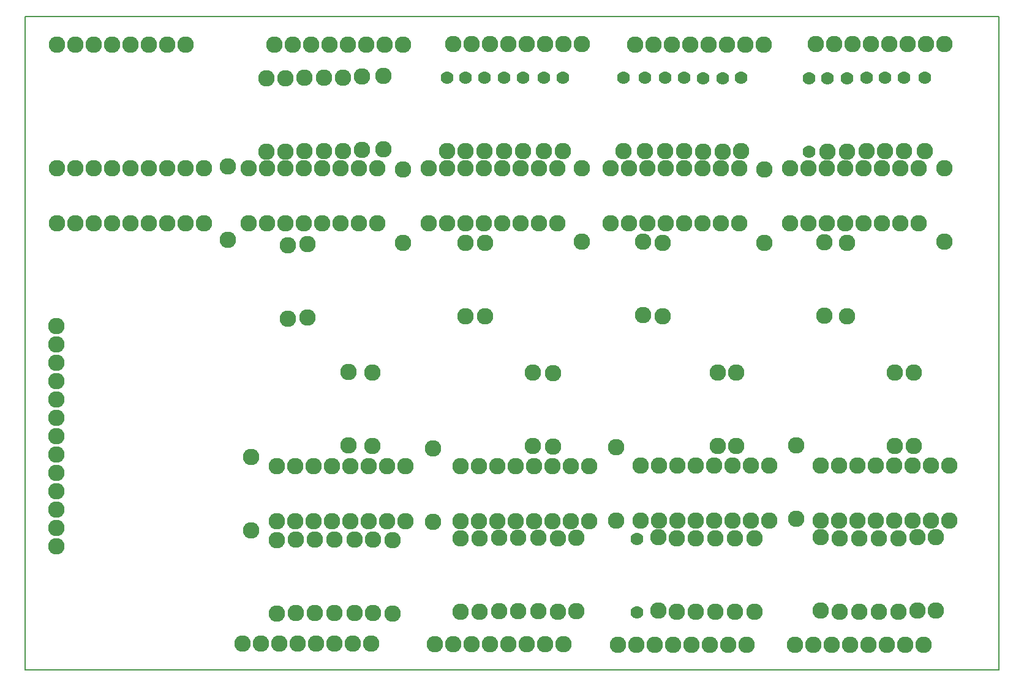
<source format=gbr>
G04 PROTEUS RS274X GERBER FILE*
%FSLAX45Y45*%
%MOMM*%
G01*
%ADD10C,2.286000*%
%ADD11C,1.778000*%
%ADD12C,0.203200*%
D10*
X-9990000Y-1842000D03*
X-9990000Y-1588000D03*
X-9990000Y-1334000D03*
X-9990000Y-1080000D03*
X-9990000Y-826000D03*
X-9990000Y-572000D03*
X-9990000Y-318000D03*
X-9990000Y-64000D03*
X-9990000Y+190000D03*
X-9990000Y+444000D03*
X-9990000Y+698000D03*
X-9990000Y+952000D03*
X-9980000Y+2370000D03*
X-9726000Y+2370000D03*
X-9472000Y+2370000D03*
X-9218000Y+2370000D03*
X-8964000Y+2370000D03*
X-8710000Y+2370000D03*
X-8456000Y+2370000D03*
X-8202000Y+2370000D03*
X-7948000Y+2370000D03*
X-7948000Y+3132000D03*
X-8202000Y+3132000D03*
X-8456000Y+3132000D03*
X-8710000Y+3132000D03*
X-8964000Y+3132000D03*
X-9218000Y+3132000D03*
X-9472000Y+3132000D03*
X-9726000Y+3132000D03*
X-9980000Y+3132000D03*
X-9990000Y-2102000D03*
X-9980000Y+4840000D03*
X-9726000Y+4840000D03*
X-9472000Y+4840000D03*
X-9218000Y+4840000D03*
X-8964000Y+4840000D03*
X-8710000Y+4840000D03*
X-8456000Y+4840000D03*
X-8202000Y+4840000D03*
X-6938000Y-1752351D03*
X-6684000Y-1752351D03*
X-6430000Y-1752351D03*
X-6176000Y-1752351D03*
X-5922000Y-1752351D03*
X-5668000Y-1752351D03*
X-5414000Y-1752351D03*
X-5160000Y-1752351D03*
X-5160000Y-990351D03*
X-5414000Y-990351D03*
X-5668000Y-990351D03*
X-5922000Y-990351D03*
X-6176000Y-990351D03*
X-6430000Y-990351D03*
X-6684000Y-990351D03*
X-6938000Y-990351D03*
X-4398000Y-1752351D03*
X-4144000Y-1752351D03*
X-3890000Y-1752351D03*
X-3636000Y-1752351D03*
X-3382000Y-1752351D03*
X-3128000Y-1752351D03*
X-2874000Y-1752351D03*
X-2620000Y-1752351D03*
X-2620000Y-990351D03*
X-2874000Y-990351D03*
X-3128000Y-990351D03*
X-3382000Y-990351D03*
X-3636000Y-990351D03*
X-3890000Y-990351D03*
X-4144000Y-990351D03*
X-4398000Y-990351D03*
X-1908000Y-1742351D03*
X-1654000Y-1742351D03*
X-1400000Y-1742351D03*
X-1146000Y-1742351D03*
X-892000Y-1742351D03*
X-638000Y-1742351D03*
X-384000Y-1742351D03*
X-130000Y-1742351D03*
X-130000Y-980351D03*
X-384000Y-980351D03*
X-638000Y-980351D03*
X-892000Y-980351D03*
X-1146000Y-980351D03*
X-1400000Y-980351D03*
X-1654000Y-980351D03*
X-1908000Y-980351D03*
X+582000Y-1742351D03*
X+836000Y-1742351D03*
X+1090000Y-1742351D03*
X+1344000Y-1742351D03*
X+1598000Y-1742351D03*
X+1852000Y-1742351D03*
X+2106000Y-1742351D03*
X+2360000Y-1742351D03*
X+2360000Y-980351D03*
X+2106000Y-980351D03*
X+1852000Y-980351D03*
X+1598000Y-980351D03*
X+1344000Y-980351D03*
X+1090000Y-980351D03*
X+836000Y-980351D03*
X+582000Y-980351D03*
X+1930000Y+3130000D03*
X+1676000Y+3130000D03*
X+1422000Y+3130000D03*
X+1168000Y+3130000D03*
X+914000Y+3130000D03*
X+660000Y+3130000D03*
X+406000Y+3130000D03*
X+152000Y+3130000D03*
X+152000Y+2368000D03*
X+406000Y+2368000D03*
X+660000Y+2368000D03*
X+914000Y+2368000D03*
X+1168000Y+2368000D03*
X+1422000Y+2368000D03*
X+1676000Y+2368000D03*
X+1930000Y+2368000D03*
X-550000Y+3130000D03*
X-804000Y+3130000D03*
X-1058000Y+3130000D03*
X-1312000Y+3130000D03*
X-1566000Y+3130000D03*
X-1820000Y+3130000D03*
X-2074000Y+3130000D03*
X-2328000Y+3130000D03*
X-2328000Y+2368000D03*
X-2074000Y+2368000D03*
X-1820000Y+2368000D03*
X-1566000Y+2368000D03*
X-1312000Y+2368000D03*
X-1058000Y+2368000D03*
X-804000Y+2368000D03*
X-550000Y+2368000D03*
X-3060000Y+3130000D03*
X-3314000Y+3130000D03*
X-3568000Y+3130000D03*
X-3822000Y+3130000D03*
X-4076000Y+3130000D03*
X-4330000Y+3130000D03*
X-4584000Y+3130000D03*
X-4838000Y+3130000D03*
X-4838000Y+2368000D03*
X-4584000Y+2368000D03*
X-4330000Y+2368000D03*
X-4076000Y+2368000D03*
X-3822000Y+2368000D03*
X-3568000Y+2368000D03*
X-3314000Y+2368000D03*
X-3060000Y+2368000D03*
X-5550000Y+3130000D03*
X-5804000Y+3130000D03*
X-6058000Y+3130000D03*
X-6312000Y+3130000D03*
X-6566000Y+3130000D03*
X-6820000Y+3130000D03*
X-7074000Y+3130000D03*
X-7328000Y+3130000D03*
X-7328000Y+2368000D03*
X-7074000Y+2368000D03*
X-6820000Y+2368000D03*
X-6566000Y+2368000D03*
X-6312000Y+2368000D03*
X-6058000Y+2368000D03*
X-5804000Y+2368000D03*
X-5550000Y+2368000D03*
X-6520000Y+2080000D03*
X-6520000Y+1064000D03*
X-4060000Y+2100000D03*
X-4060000Y+1084000D03*
X-1610000Y+2100000D03*
X-1610000Y+1084000D03*
X+940000Y+2100000D03*
X+940000Y+1084000D03*
X+1602000Y-712351D03*
X+1602000Y+303649D03*
X-848000Y-712351D03*
X-848000Y+303649D03*
X-3398000Y-712351D03*
X-3398000Y+303649D03*
X-5948000Y-702351D03*
X-5948000Y+313649D03*
X-7620000Y+2140000D03*
X-7620000Y+3156000D03*
X-5618000Y+307649D03*
X-5618000Y-708351D03*
X-3118000Y+297649D03*
X-3118000Y-718351D03*
X-588000Y+307649D03*
X-588000Y-708351D03*
X+1862000Y+307649D03*
X+1862000Y-708351D03*
X+630000Y+1090000D03*
X+630000Y+2106000D03*
X-1880000Y+1100000D03*
X-1880000Y+2116000D03*
X-6790000Y+1054000D03*
X-6790000Y+2070000D03*
X-4330000Y+1080000D03*
X-4330000Y+2096000D03*
X-7298000Y-1882351D03*
X-7298000Y-866351D03*
X-4778000Y-1762351D03*
X-4778000Y-746351D03*
X-2248000Y-1742351D03*
X-2248000Y-726351D03*
X+242000Y-1722351D03*
X+242000Y-706351D03*
X+2290000Y+3130000D03*
X+2290000Y+2114000D03*
X-200000Y+3120000D03*
X-200000Y+2104000D03*
X-2720000Y+3130000D03*
X-2720000Y+2114000D03*
X-5200000Y+3120000D03*
X-5200000Y+2104000D03*
X-7412000Y-3442351D03*
X-7158000Y-3442351D03*
X-6904000Y-3442351D03*
X-6650000Y-3442351D03*
X-6396000Y-3442351D03*
X-6142000Y-3442351D03*
X-5888000Y-3442351D03*
X-5634000Y-3442351D03*
X-4758000Y-3452351D03*
X-4504000Y-3452351D03*
X-4250000Y-3452351D03*
X-3996000Y-3452351D03*
X-3742000Y-3452351D03*
X-3488000Y-3452351D03*
X-3234000Y-3452351D03*
X-2980000Y-3452351D03*
X-2226000Y-3462351D03*
X-1972000Y-3462351D03*
X-1718000Y-3462351D03*
X-1464000Y-3462351D03*
X-1210000Y-3462351D03*
X-956000Y-3462351D03*
X-702000Y-3462351D03*
X-448000Y-3462351D03*
X+222000Y-3462351D03*
X+476000Y-3462351D03*
X+730000Y-3462351D03*
X+984000Y-3462351D03*
X+1238000Y-3462351D03*
X+1492000Y-3462351D03*
X+1746000Y-3462351D03*
X+2000000Y-3462351D03*
X+2290000Y+4850000D03*
X+2036000Y+4850000D03*
X+1782000Y+4850000D03*
X+1528000Y+4850000D03*
X+1274000Y+4850000D03*
X+1020000Y+4850000D03*
X+766000Y+4850000D03*
X+512000Y+4850000D03*
X-210000Y+4840000D03*
X-464000Y+4840000D03*
X-718000Y+4840000D03*
X-972000Y+4840000D03*
X-1226000Y+4840000D03*
X-1480000Y+4840000D03*
X-1734000Y+4840000D03*
X-1988000Y+4840000D03*
X-2720000Y+4850000D03*
X-2974000Y+4850000D03*
X-3228000Y+4850000D03*
X-3482000Y+4850000D03*
X-3736000Y+4850000D03*
X-3990000Y+4850000D03*
X-4244000Y+4850000D03*
X-4498000Y+4850000D03*
X-5200000Y+4840000D03*
X-5454000Y+4840000D03*
X-5708000Y+4840000D03*
X-5962000Y+4840000D03*
X-6216000Y+4840000D03*
X-6470000Y+4840000D03*
X-6724000Y+4840000D03*
X-6978000Y+4840000D03*
X-6938000Y-3032351D03*
X-6938000Y-2016351D03*
X-6678000Y-3022351D03*
X-6678000Y-2006351D03*
X-6418000Y-3022351D03*
X-6418000Y-2006351D03*
X-6148000Y-3022351D03*
X-6148000Y-2006351D03*
X-5868000Y-3022351D03*
X-5868000Y-2006351D03*
X-5608000Y-3022351D03*
X-5608000Y-2006351D03*
X-5338000Y-3032351D03*
X-5338000Y-2016351D03*
X-4398000Y-3008351D03*
X-4398000Y-1992351D03*
X-4138000Y-3008351D03*
X-4138000Y-1992351D03*
X-3868000Y-2998351D03*
X-3868000Y-1982351D03*
X-3608000Y-2998351D03*
X-3608000Y-1982351D03*
X-3328000Y-2998351D03*
X-3328000Y-1982351D03*
X-3058000Y-3008351D03*
X-3058000Y-1992351D03*
X-2798000Y-2998351D03*
X-2798000Y-1982351D03*
X-1668000Y-2992351D03*
X-1668000Y-1976351D03*
X-1408000Y-3002351D03*
X-1408000Y-1986351D03*
X-1148000Y-3002351D03*
X-1148000Y-1986351D03*
X-878000Y-3002351D03*
X-878000Y-1986351D03*
X-608000Y-3002351D03*
X-608000Y-1986351D03*
X-338000Y-3002351D03*
X-338000Y-1986351D03*
X+582000Y-2992351D03*
X+582000Y-1976351D03*
X+842000Y-3002351D03*
X+842000Y-1986351D03*
X+1112000Y-3002351D03*
X+1112000Y-1986351D03*
X+1382000Y-3002351D03*
X+1382000Y-1986351D03*
X+1652000Y-3002351D03*
X+1652000Y-1986351D03*
X+1912000Y-2992351D03*
X+1912000Y-1976351D03*
X+2172000Y-2992351D03*
X+2172000Y-1976351D03*
D11*
X+2020000Y+4390000D03*
D10*
X+2020000Y+3374000D03*
D11*
X+1730000Y+4390000D03*
D10*
X+1730000Y+3374000D03*
D11*
X+1470000Y+4390000D03*
D10*
X+1470000Y+3374000D03*
D11*
X+1210000Y+4390000D03*
D10*
X+1210000Y+3374000D03*
D11*
X+940000Y+4380000D03*
D10*
X+940000Y+3364000D03*
D11*
X+670000Y+4380000D03*
D10*
X+670000Y+3364000D03*
D11*
X+420000Y+4380000D03*
X+420000Y+3364000D03*
X-520000Y+4390000D03*
D10*
X-520000Y+3374000D03*
D11*
X-780000Y+4380000D03*
D10*
X-780000Y+3364000D03*
D11*
X-1050000Y+4380000D03*
D10*
X-1050000Y+3364000D03*
D11*
X-1310000Y+4390000D03*
D10*
X-1310000Y+3374000D03*
D11*
X-1570000Y+4390000D03*
D10*
X-1570000Y+3374000D03*
D11*
X-1850000Y+4390000D03*
D10*
X-1850000Y+3374000D03*
D11*
X-2150000Y+4390000D03*
D10*
X-2150000Y+3374000D03*
D11*
X-2990000Y+4390000D03*
D10*
X-2990000Y+3374000D03*
D11*
X-3250000Y+4390000D03*
D10*
X-3250000Y+3374000D03*
D11*
X-3540000Y+4390000D03*
D10*
X-3540000Y+3374000D03*
D11*
X-3800000Y+4390000D03*
D10*
X-3800000Y+3374000D03*
D11*
X-4070000Y+4390000D03*
D10*
X-4070000Y+3374000D03*
D11*
X-4330000Y+4390000D03*
D10*
X-4330000Y+3374000D03*
D11*
X-4590000Y+4390000D03*
D10*
X-4590000Y+3374000D03*
X-5470000Y+4410000D03*
X-5470000Y+3394000D03*
X-5760000Y+4400000D03*
X-5760000Y+3384000D03*
X-6030000Y+4390000D03*
X-6030000Y+3374000D03*
X-6290000Y+4390000D03*
X-6290000Y+3374000D03*
X-6560000Y+4390000D03*
X-6560000Y+3374000D03*
X-6820000Y+4380000D03*
X-6820000Y+3364000D03*
X-7080000Y+4380000D03*
X-7080000Y+3364000D03*
D11*
X-1960000Y-3010000D03*
X-1960000Y-1994000D03*
D12*
X-10420000Y-3810000D02*
X+3040000Y-3810000D01*
X+3040000Y+5230000D01*
X-10420000Y+5230000D01*
X-10420000Y-3810000D01*
M02*

</source>
